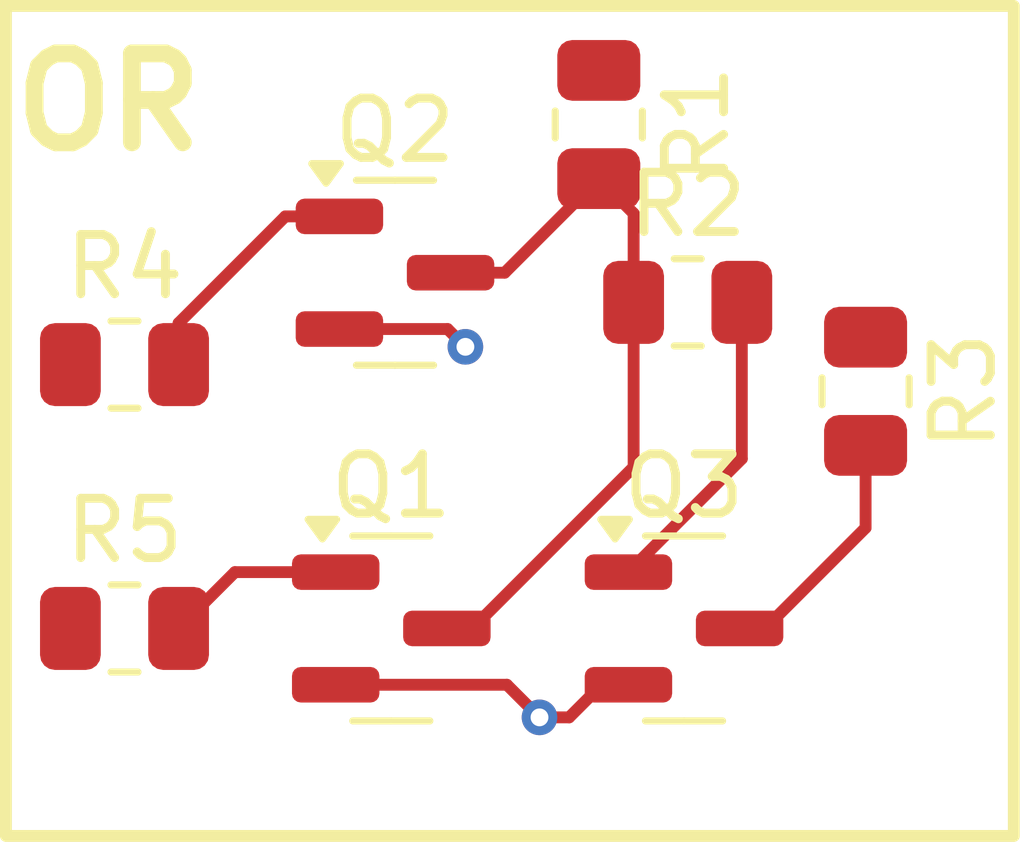
<source format=kicad_pcb>
(kicad_pcb (version 20240108) (generator "pcbnew") (generator_version "8.0")
  (layers (0 "F.Cu" signal) (31 "B.Cu" signal) (34 "B.Paste" user) (35 "F.Paste" user) (36 "B.SilkS" user "B.Silkscreen") (37 "F.SilkS" user "F.Silkscreen") (38 "B.Mask" user) (39 "F.Mask" user) (44 "Edge.Cuts" user))
  (net 0 "")
  (net 1 "Net-(Q1-C)")
  (net 2 "/B")
  (net 3 "GND")
  (net 4 "/A")
  (net 5 "/OUT")
  (net 6 "Net-(Q1-E)")
  (net 7 "VCC")
  (net 8 "Net-(Q2-E)")
  (net 9 "Net-(Q3-E)")
  (footprint "Resistor_SMD:R_0805_2012Metric" (layer "F.Cu") (at 135.5 95 -90)
    (property "Reference" "R3" (at 0 -1.65 90) (layer "F.SilkS"))
    (property "Value" "2.7k")
    (fp_line (start -0.227064 0.735) (end 0.227064 0.735) (stroke (width 0.12)) (layer "F.SilkS"))
    (fp_line (start -0.227064 -0.735) (end 0.227064 -0.735) (stroke (width 0.12)) (layer "F.SilkS"))
    (pad "1" smd roundrect (at -0.9125 0 270) (size 1.025 1.4) (layers "F.Cu" "F.Paste" "F.Mask") (roundrect_rratio 0.243902) (net 7 "VCC"))
    (pad "2" smd roundrect (at 0.9125 0 270) (size 1.025 1.4) (layers "F.Cu" "F.Paste" "F.Mask") (roundrect_rratio 0.243902) (net 5 "/OUT"))
  )
  (footprint "Package_TO_SOT_SMD:SOT-23" (layer "F.Cu") (at 127.5625 93)
    (property "Reference" "Q2" (at 0 -2.4 360) (layer "F.SilkS"))
    (property "Value" "NPN Transistor")
    (fp_line (start 0 -1.56) (end -0.65 -1.56) (stroke (width 0.12)) (layer "F.SilkS"))
    (fp_line (start 0 -1.56) (end 0.65 -1.56) (stroke (width 0.12)) (layer "F.SilkS"))
    (fp_line (start 0 1.56) (end -0.65 1.56) (stroke (width 0.12)) (layer "F.SilkS"))
    (fp_line (start 0 1.56) (end 0.65 1.56) (stroke (width 0.12)) (layer "F.SilkS"))
    (fp_poly (pts (xy -1.1625 -1.51) (xy -1.4025 -1.84) (xy -0.9225 -1.84) (xy -1.1625 -1.51)) (stroke (width 0.12)) (fill solid) (layer "F.SilkS"))
    (pad "1" smd roundrect (at -0.9375 -0.95) (size 1.475 0.6) (layers "F.Cu" "F.Paste" "F.Mask") (net 8 "Net-(Q2-E)"))
    (pad "2" smd roundrect (at -0.9375 0.95) (size 1.475 0.6) (layers "F.Cu" "F.Paste" "F.Mask") (net 3 "GND"))
    (pad "3" smd roundrect (at 0.9375 0) (size 1.475 0.6) (layers "F.Cu" "F.Paste" "F.Mask") (net 1 "Net-(Q1-C)"))
  )
  (footprint "Resistor_SMD:R_0805_2012Metric" (layer "F.Cu") (at 123 94.55)
    (property "Reference" "R4" (at 0 -1.65 0) (layer "F.SilkS"))
    (property "Value" "42k")
    (fp_line (start -0.227064 -0.735) (end 0.227064 -0.735) (stroke (width 0.12)) (layer "F.SilkS"))
    (fp_line (start -0.227064 0.735) (end 0.227064 0.735) (stroke (width 0.12)) (layer "F.SilkS"))
    (pad "1" smd roundrect (at -0.9125 0) (size 1.025 1.4) (layers "F.Cu" "F.Paste" "F.Mask") (roundrect_rratio 0.243902) (net 4 "/A"))
    (pad "2" smd roundrect (at 0.9125 0) (size 1.025 1.4) (layers "F.Cu" "F.Paste" "F.Mask") (roundrect_rratio 0.243902) (net 8 "Net-(Q2-E)"))
  )
  (footprint "Resistor_SMD:R_0805_2012Metric" (layer "F.Cu") (at 123 99)
    (property "Reference" "R5" (at 0 -1.65 0) (layer "F.SilkS"))
    (property "Value" "42k")
    (fp_line (start -0.227064 -0.735) (end 0.227064 -0.735) (stroke (width 0.12)) (layer "F.SilkS"))
    (fp_line (start -0.227064 0.735) (end 0.227064 0.735) (stroke (width 0.12)) (layer "F.SilkS"))
    (pad "1" smd roundrect (at -0.9125 0) (size 1.025 1.4) (layers "F.Cu" "F.Paste" "F.Mask") (roundrect_rratio 0.243902) (net 2 "/B"))
    (pad "2" smd roundrect (at 0.9125 0) (size 1.025 1.4) (layers "F.Cu" "F.Paste" "F.Mask") (roundrect_rratio 0.243902) (net 6 "Net-(Q1-E)"))
  )
  (footprint "Resistor_SMD:R_0805_2012Metric" (layer "F.Cu") (at 131 90.5 -90)
    (property "Reference" "R1" (at 0 -1.65 90) (layer "F.SilkS"))
    (property "Value" "2.7k")
    (fp_line (start -0.227064 0.735) (end 0.227064 0.735) (stroke (width 0.12)) (layer "F.SilkS"))
    (fp_line (start -0.227064 -0.735) (end 0.227064 -0.735) (stroke (width 0.12)) (layer "F.SilkS"))
    (pad "1" smd roundrect (at -0.9125 0 270) (size 1.025 1.4) (layers "F.Cu" "F.Paste" "F.Mask") (roundrect_rratio 0.243902) (net 7 "VCC"))
    (pad "2" smd roundrect (at 0.9125 0 270) (size 1.025 1.4) (layers "F.Cu" "F.Paste" "F.Mask") (roundrect_rratio 0.243902) (net 1 "Net-(Q1-C)"))
  )
  (footprint "Package_TO_SOT_SMD:SOT-23" (layer "F.Cu") (at 132.4375 99)
    (property "Reference" "Q3" (at 0 -2.4 360) (layer "F.SilkS"))
    (property "Value" "NPN Transistor")
    (fp_line (start 0 -1.56) (end -0.65 -1.56) (stroke (width 0.12)) (layer "F.SilkS"))
    (fp_line (start 0 -1.56) (end 0.65 -1.56) (stroke (width 0.12)) (layer "F.SilkS"))
    (fp_line (start 0 1.56) (end -0.65 1.56) (stroke (width 0.12)) (layer "F.SilkS"))
    (fp_line (start 0 1.56) (end 0.65 1.56) (stroke (width 0.12)) (layer "F.SilkS"))
    (fp_poly (pts (xy -1.1625 -1.51) (xy -1.4025 -1.84) (xy -0.9225 -1.84) (xy -1.1625 -1.51)) (stroke (width 0.12)) (fill solid) (layer "F.SilkS"))
    (pad "1" smd roundrect (at -0.9375 -0.95) (size 1.475 0.6) (layers "F.Cu" "F.Paste" "F.Mask") (net 9 "Net-(Q3-E)"))
    (pad "2" smd roundrect (at -0.9375 0.95) (size 1.475 0.6) (layers "F.Cu" "F.Paste" "F.Mask") (net 3 "GND"))
    (pad "3" smd roundrect (at 0.9375 0) (size 1.475 0.6) (layers "F.Cu" "F.Paste" "F.Mask") (net 5 "/OUT"))
  )
  (footprint "Package_TO_SOT_SMD:SOT-23" (layer "F.Cu") (at 127.5 99)
    (property "Reference" "Q1" (at 0 -2.4 360) (layer "F.SilkS"))
    (property "Value" "NPN Transistor")
    (fp_line (start 0 -1.56) (end -0.65 -1.56) (stroke (width 0.12)) (layer "F.SilkS"))
    (fp_line (start 0 -1.56) (end 0.65 -1.56) (stroke (width 0.12)) (layer "F.SilkS"))
    (fp_line (start 0 1.56) (end -0.65 1.56) (stroke (width 0.12)) (layer "F.SilkS"))
    (fp_line (start 0 1.56) (end 0.65 1.56) (stroke (width 0.12)) (layer "F.SilkS"))
    (fp_poly (pts (xy -1.1625 -1.51) (xy -1.4025 -1.84) (xy -0.9225 -1.84) (xy -1.1625 -1.51)) (stroke (width 0.12)) (fill solid) (layer "F.SilkS"))
    (pad "1" smd roundrect (at -0.9375 -0.95) (size 1.475 0.6) (layers "F.Cu" "F.Paste" "F.Mask") (net 6 "Net-(Q1-E)"))
    (pad "2" smd roundrect (at -0.9375 0.95) (size 1.475 0.6) (layers "F.Cu" "F.Paste" "F.Mask") (net 3 "GND"))
    (pad "3" smd roundrect (at 0.9375 0) (size 1.475 0.6) (layers "F.Cu" "F.Paste" "F.Mask") (net 1 "Net-(Q1-C)"))
  )
  (footprint "Resistor_SMD:R_0805_2012Metric" (layer "F.Cu") (at 132.5 93.5)
    (property "Reference" "R2" (at 0 -1.65 0) (layer "F.SilkS"))
    (property "Value" "39k")
    (fp_line (start -0.227064 -0.735) (end 0.227064 -0.735) (stroke (width 0.12)) (layer "F.SilkS"))
    (fp_line (start -0.227064 0.735) (end 0.227064 0.735) (stroke (width 0.12)) (layer "F.SilkS"))
    (pad "1" smd roundrect (at -0.9125 0) (size 1.025 1.4) (layers "F.Cu" "F.Paste" "F.Mask") (roundrect_rratio 0.243902) (net 1 "Net-(Q1-C)"))
    (pad "2" smd roundrect (at 0.9125 0) (size 1.025 1.4) (layers "F.Cu" "F.Paste" "F.Mask") (roundrect_rratio 0.243902) (net 9 "Net-(Q3-E)"))
  )
  (gr_rect (start 121 88.5) (end 138 102.5) (stroke (width 0.2)) (fill none) (layer "F.SilkS"))
  (gr_text "OR" (at 121 91 0) (layer "F.SilkS") (effects (font (size 1.5 1.5) (thickness 0.3) (bold yes)) (justify left bottom)))
  (segment (start 131.5875 96.278052) (end 131.5875 93.5) (width 0.2) (layer "F.Cu") (net 1))
  (segment (start 129.4125 93) (end 131 91.4125) (width 0.2) (layer "F.Cu") (net 1))
  (segment (start 131.5875 92) (end 131 91.4125) (width 0.2) (layer "F.Cu") (net 1))
  (segment (start 131.5875 93.5) (end 131.5875 92) (width 0.2) (layer "F.Cu") (net 1))
  (segment (start 128.865552 99) (end 131.5875 96.278052) (width 0.2) (layer "F.Cu") (net 1))
  (segment (start 129.4125 93) (end 128.5 93) (width 0.2) (layer "F.Cu") (net 1))
  (segment (start 126.625 93.95) (end 128.45 93.95) (width 0.2) (layer "F.Cu") (net 3))
  (segment (start 129.45 99.95) (end 126.5625 99.95) (width 0.2) (layer "F.Cu") (net 3))
  (segment (start 128.45 93.95) (end 128.75 94.25) (width 0.2) (layer "F.Cu") (net 3))
  (segment (start 130 100.5) (end 130.5 100.5) (width 0.2) (layer "F.Cu") (net 3))
  (segment (start 130.5 100.5) (end 131.05 99.95) (width 0.2) (layer "F.Cu") (net 3))
  (segment (start 129.45 99.95) (end 130 100.5) (width 0.2) (layer "F.Cu") (net 3))
  (via (at 130 100.5) (size 0.6) (drill 0.3) (layers "F.Cu" "B.Cu") (net 3))
  (via (at 128.75 94.25) (size 0.6) (drill 0.3) (layers "F.Cu" "B.Cu") (net 3))
  (segment (start 135.5 97.303052) (end 135.5 95.9125) (width 0.2) (layer "F.Cu") (net 5))
  (segment (start 133.803052 99) (end 135.5 97.303052) (width 0.2) (layer "F.Cu") (net 5))
  (segment (start 123.9125 99) (end 124.8625 98.05) (width 0.2) (layer "F.Cu") (net 6))
  (segment (start 124.8625 98.05) (end 126.5625 98.05) (width 0.2) (layer "F.Cu") (net 6))
  (segment (start 126.625 92.05) (end 125.7125 92.05) (width 0.2) (layer "F.Cu") (net 8))
  (segment (start 123.9125 93.85) (end 125.7125 92.05) (width 0.2) (layer "F.Cu") (net 8))
  (segment (start 123.9125 94.55) (end 123.9125 93.85) (width 0.2) (layer "F.Cu") (net 8))
  (segment (start 131.5 98.05) (end 133.4125 96.1375) (width 0.2) (layer "F.Cu") (net 9))
  (segment (start 133.4125 96.1375) (end 133.4125 93.5) (width 0.2) (layer "F.Cu") (net 9))
  (segment (start 133.375 93.5375) (end 133.4125 93.5) (width 0.2) (layer "F.Cu") (net 9))
)
</source>
